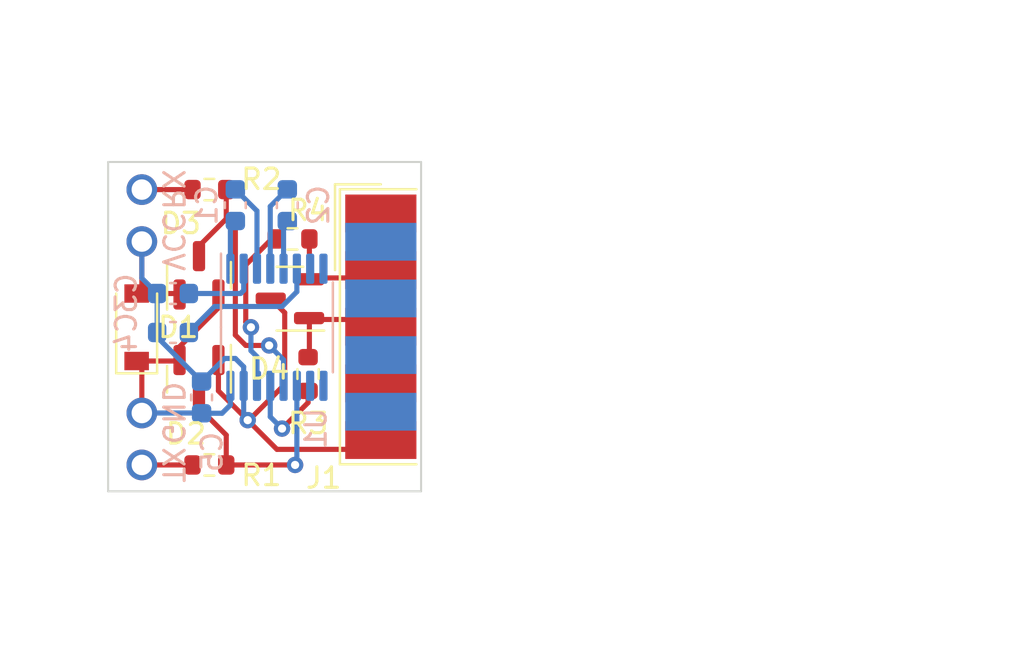
<source format=kicad_pcb>
(kicad_pcb (version 20241229) (generator "pcbnew") (generator_version "9.0")
  (title_block (title "RS232-TTL Converter") (date "2025-06-18") (rev "R0.0") (company "MSC") (comment 1 "Designed by C.P"))
  (layers (0 "F.Cu" signal) (2 "B.Cu" signal) (13 "F.Paste" user) (15 "B.Paste" user) (5 "F.SilkS" user "F.Silkscreen") (7 "B.SilkS" user "B.Silkscreen") (1 "F.Mask" user) (3 "B.Mask" user) (25 "Edge.Cuts" user))
  (net 0 "")
  (net 1 "Net-(C1-Pad1)")
  (net 2 "Net-(C1-Pad2)")
  (net 3 "Net-(C2-Pad1)")
  (net 4 "Net-(C2-Pad2)")
  (net 5 "Net-(C3-Pad1)")
  (net 6 "GND")
  (net 7 "Net-(C4-Pad1)")
  (net 8 "VCC")
  (net 9 "Device TX")
  (net 10 "Device RX")
  (net 11 "Net-(D4-Pad1)")
  (net 12 "Net-(D4-Pad2)")
  (net 19 "Host TX")
  (net 20 "Host RX")
  (net 25 "/TX")
  (net 26 "/RX")
  (footprint "Through_Hole_Pads:Through_Hole_Pad_1.5mm" (layer "F.Cu") (at 155.448 108.712)
    (property "Reference" "TX" (at 1.524 0 270) (layer "B.SilkS") (effects (justify mirror)))
    (property "Value" "MountingHole_Pad")
    (pad "1" thru_hole circle (at 0 0) (size 1.5 1.5) (drill 1) (layers "*.Cu" "*.Mask") (net 25 "/TX"))
  )
  (footprint "Resistor_SMD:R_0603_1608Metric" (layer "F.Cu") (at 158.75 95.25)
    (property "Reference" "R2" (at 2.54 -0.508 0) (layer "F.SilkS"))
    (property "Value" "330R")
    (fp_line (start -0.237258 -0.5225) (end 0.237258 -0.5225) (stroke (width 0.12)) (layer "F.SilkS"))
    (fp_line (start -0.237258 0.5225) (end 0.237258 0.5225) (stroke (width 0.12)) (layer "F.SilkS"))
    (pad "1" smd roundrect (at -0.825 0) (size 0.8 0.95) (layers "F.Cu" "F.Mask" "F.Paste") (net 26 "/RX"))
    (pad "2" smd roundrect (at 0.825 0) (size 0.8 0.95) (layers "F.Cu" "F.Mask" "F.Paste") (net 10 "Device RX"))
  )
  (footprint "Through_Hole_Pads:Through_Hole_Pad_1.5mm" (layer "F.Cu") (at 155.448 106.172)
    (property "Reference" "GND" (at 1.524 0 270) (layer "B.SilkS") (effects (justify mirror)))
    (property "Value" "MountingHole_Pad")
    (pad "1" thru_hole circle (at 0 0) (size 1.5 1.5) (drill 1) (layers "*.Cu" "*.Mask") (net 8 "VCC"))
  )
  (footprint "Package_TO_SOT_SMD:SOT-23" (layer "F.Cu") (at 158.242 99.441 90)
    (property "Reference" "D3" (at 2.54 -0.889 180) (layer "F.SilkS"))
    (property "Value" "BAT54S")
    (fp_line (start 0 -1.56) (end 0.65 -1.56) (stroke (width 0.12)) (layer "F.SilkS"))
    (fp_line (start 0 -1.56) (end -1.675 -1.56) (stroke (width 0.12)) (layer "F.SilkS"))
    (fp_line (start 0 1.56) (end 0.65 1.56) (stroke (width 0.12)) (layer "F.SilkS"))
    (fp_line (start 0 1.56) (end -0.65 1.56) (stroke (width 0.12)) (layer "F.SilkS"))
    (pad "1" smd roundrect (at -0.9375 -0.95 90) (size 1.475 0.6) (layers "F.Cu" "F.Mask" "F.Paste") (net 6 "GND"))
    (pad "2" smd roundrect (at -0.9375 0.95 90) (size 1.475 0.6) (layers "F.Cu" "F.Mask" "F.Paste") (net 8 "VCC"))
    (pad "3" smd roundrect (at 0.9375 0 90) (size 1.475 0.6) (layers "F.Cu" "F.Mask" "F.Paste") (net 10 "Device RX"))
  )
  (footprint "Diode_SMD:D_SOD-123" (layer "F.Cu") (at 155.194 101.981 90)
    (property "Reference" "D1" (at 0 2.032 0) (layer "F.SilkS"))
    (property "Value" "MBR0520")
    (fp_line (start -2.25 -1) (end 1.65 -1) (stroke (width 0.12)) (layer "F.SilkS"))
    (fp_line (start -2.25 -1) (end -2.25 1) (stroke (width 0.12)) (layer "F.SilkS"))
    (fp_line (start -2.25 1) (end 1.65 1) (stroke (width 0.12)) (layer "F.SilkS"))
    (pad "1" smd rect (at -1.65 0 90) (size 0.9 1.2) (layers "F.Cu" "F.Mask" "F.Paste") (net 8 "VCC"))
    (pad "2" smd rect (at 1.65 0 90) (size 0.9 1.2) (layers "F.Cu" "F.Mask" "F.Paste") (net 6 "GND"))
  )
  (footprint "Connector_Dsub:DSUB-9_Female_EdgeMount_P2.77mm" (layer "F.Cu") (at 167.132 101.9556 90)
    (property "Reference" "J1" (at -7.3914 -2.794 180) (layer "F.SilkS"))
    (property "Value" "DB9_Female")
    (fp_line (start 6.963333 -2.24) (end 2.77 -2.24) (stroke (width 0.12)) (layer "F.SilkS"))
    (fp_line (start 6.723333 -2) (end -6.723333 -2) (stroke (width 0.12)) (layer "F.SilkS"))
    (fp_line (start -6.723333 -2) (end -6.723333 1.74) (stroke (width 0.12)) (layer "F.SilkS"))
    (fp_line (start 6.963333 0) (end 6.963333 -2.24) (stroke (width 0.12)) (layer "F.SilkS"))
    (fp_line (start 6.723333 1.74) (end 6.723333 -2) (stroke (width 0.12)) (layer "F.SilkS"))
    (pad "1" smd rect (at 5.54 0 90) (size 1.846667 3.48) (layers "F.Cu" "F.Mask" "F.Paste"))
    (pad "2" smd rect (at 2.77 0 90) (size 1.846667 3.48) (layers "F.Cu" "F.Mask" "F.Paste") (net 12 "Net-(D4-Pad2)"))
    (pad "3" smd rect (at 0 0 90) (size 1.846667 3.48) (layers "F.Cu" "F.Mask" "F.Paste") (net 11 "Net-(D4-Pad1)"))
    (pad "4" smd rect (at -2.77 0 90) (size 1.846667 3.48) (layers "F.Cu" "F.Mask" "F.Paste"))
    (pad "5" smd rect (at -5.54 0 90) (size 1.846667 3.48) (layers "F.Cu" "F.Mask" "F.Paste") (net 6 "GND"))
    (pad "6" smd rect (at 4.155 0 90) (size 1.846667 3.48) (layers "B.Cu" "B.Mask" "B.Paste"))
    (pad "7" smd rect (at 1.385 0 90) (size 1.846667 3.48) (layers "B.Cu" "B.Mask" "B.Paste"))
    (pad "8" smd rect (at -1.385 0 90) (size 1.846667 3.48) (layers "B.Cu" "B.Mask" "B.Paste"))
    (pad "9" smd rect (at -4.155 0 90) (size 1.846667 3.48) (layers "B.Cu" "B.Mask" "B.Paste"))
  )
  (footprint "Resistor_SMD:R_0603_1608Metric" (layer "F.Cu") (at 158.75 108.712)
    (property "Reference" "R1" (at 2.54 0.508 0) (layer "F.SilkS"))
    (property "Value" "330R")
    (fp_line (start -0.237258 -0.5225) (end 0.237258 -0.5225) (stroke (width 0.12)) (layer "F.SilkS"))
    (fp_line (start -0.237258 0.5225) (end 0.237258 0.5225) (stroke (width 0.12)) (layer "F.SilkS"))
    (pad "1" smd roundrect (at -0.825 0) (size 0.8 0.95) (layers "F.Cu" "F.Mask" "F.Paste") (net 25 "/TX"))
    (pad "2" smd roundrect (at 0.825 0) (size 0.8 0.95) (layers "F.Cu" "F.Mask" "F.Paste") (net 9 "Device TX"))
  )
  (footprint "Resistor_SMD:R_0603_1608Metric" (layer "F.Cu") (at 162.814 97.663)
    (property "Reference" "R4" (at 0.762 -1.397 0) (layer "F.SilkS"))
    (property "Value" "330R")
    (fp_line (start -0.237258 -0.5225) (end 0.237258 -0.5225) (stroke (width 0.12)) (layer "F.SilkS"))
    (fp_line (start -0.237258 0.5225) (end 0.237258 0.5225) (stroke (width 0.12)) (layer "F.SilkS"))
    (pad "1" smd roundrect (at -0.825 0) (size 0.8 0.95) (layers "F.Cu" "F.Mask" "F.Paste") (net 20 "Host RX"))
    (pad "2" smd roundrect (at 0.825 0) (size 0.8 0.95) (layers "F.Cu" "F.Mask" "F.Paste") (net 12 "Net-(D4-Pad2)"))
  )
  (footprint "Through_Hole_Pads:Through_Hole_Pad_1.5mm" (layer "F.Cu") (at 155.448 95.25)
    (property "Reference" "RX" (at 1.524 0 270) (layer "B.SilkS") (effects (justify mirror)))
    (property "Value" "MountingHole_Pad")
    (pad "1" thru_hole circle (at 0 0) (size 1.5 1.5) (drill 1) (layers "*.Cu" "*.Mask") (net 26 "/RX"))
  )
  (footprint "Resistor_SMD:R_0603_1608Metric" (layer "F.Cu") (at 163.576 104.267 90)
    (property "Reference" "R3" (at -2.413 0 180) (layer "F.SilkS"))
    (property "Value" "330R")
    (fp_line (start -0.237258 -0.5225) (end 0.237258 -0.5225) (stroke (width 0.12)) (layer "F.SilkS"))
    (fp_line (start -0.237258 0.5225) (end 0.237258 0.5225) (stroke (width 0.12)) (layer "F.SilkS"))
    (pad "1" smd roundrect (at -0.825 0 90) (size 0.8 0.95) (layers "F.Cu" "F.Mask" "F.Paste") (net 19 "Host TX"))
    (pad "2" smd roundrect (at 0.825 0 90) (size 0.8 0.95) (layers "F.Cu" "F.Mask" "F.Paste") (net 11 "Net-(D4-Pad1)"))
  )
  (footprint "Package_TO_SOT_SMD:SOT-23" (layer "F.Cu") (at 162.687 100.584 180)
    (property "Reference" "D4" (at 1.016 -3.429 180) (layer "F.SilkS"))
    (property "Value" "SM712_SOT23")
    (fp_line (start 0 1.56) (end 0.65 1.56) (stroke (width 0.12)) (layer "F.SilkS"))
    (fp_line (start 0 1.56) (end -0.65 1.56) (stroke (width 0.12)) (layer "F.SilkS"))
    (fp_line (start 0 -1.56) (end 0.65 -1.56) (stroke (width 0.12)) (layer "F.SilkS"))
    (fp_line (start 0 -1.56) (end -1.675 -1.56) (stroke (width 0.12)) (layer "F.SilkS"))
    (pad "1" smd roundrect (at -0.9375 -0.95 180) (size 1.475 0.6) (layers "F.Cu" "F.Mask" "F.Paste") (net 11 "Net-(D4-Pad1)"))
    (pad "2" smd roundrect (at -0.9375 0.95 180) (size 1.475 0.6) (layers "F.Cu" "F.Mask" "F.Paste") (net 12 "Net-(D4-Pad2)"))
    (pad "3" smd roundrect (at 0.9375 0 180) (size 1.475 0.6) (layers "F.Cu" "F.Mask" "F.Paste") (net 6 "GND"))
  )
  (footprint "Through_Hole_Pads:Through_Hole_Pad_1.5mm" (layer "F.Cu") (at 155.448 97.79 180)
    (property "Reference" "VCC" (at -1.524 0 270) (layer "B.SilkS") (effects (justify mirror)))
    (property "Value" "MountingHole_Pad")
    (pad "1" thru_hole circle (at 0 0 180) (size 1.5 1.5) (drill 1) (layers "*.Cu" "*.Mask") (net 6 "GND"))
  )
  (footprint "Package_TO_SOT_SMD:SOT-23" (layer "F.Cu") (at 158.242 104.521 -90)
    (property "Reference" "D2" (at 2.667 0.635 0) (layer "F.SilkS"))
    (property "Value" "BAT54S")
    (fp_line (start 0 1.56) (end -0.65 1.56) (stroke (width 0.12)) (layer "F.SilkS"))
    (fp_line (start 0 1.56) (end 0.65 1.56) (stroke (width 0.12)) (layer "F.SilkS"))
    (fp_line (start 0 -1.56) (end -1.675 -1.56) (stroke (width 0.12)) (layer "F.SilkS"))
    (fp_line (start 0 -1.56) (end 0.65 -1.56) (stroke (width 0.12)) (layer "F.SilkS"))
    (pad "1" smd roundrect (at -0.9375 -0.95 270) (size 1.475 0.6) (layers "F.Cu" "F.Mask" "F.Paste") (net 6 "GND"))
    (pad "2" smd roundrect (at -0.9375 0.95 270) (size 1.475 0.6) (layers "F.Cu" "F.Mask" "F.Paste") (net 8 "VCC"))
    (pad "3" smd roundrect (at 0.9375 0 270) (size 1.475 0.6) (layers "F.Cu" "F.Mask" "F.Paste") (net 9 "Device TX"))
  )
  (footprint "Capacitor_SMD:C_0603_1608Metric" (layer "B.Cu") (at 158.369 105.41 -90)
    (property "Reference" "C5" (at 2.667 -0.508 270) (layer "B.SilkS") (effects (justify mirror)))
    (property "Value" "0.1uF")
    (fp_line (start -0.14058 0.51) (end 0.14058 0.51) (stroke (width 0.12)) (layer "B.SilkS"))
    (fp_line (start -0.14058 -0.51) (end 0.14058 -0.51) (stroke (width 0.12)) (layer "B.SilkS"))
    (pad "1" smd roundrect (at -0.775 0 270) (size 0.9 0.95) (layers "B.Cu" "B.Mask" "B.Paste") (net 6 "GND"))
    (pad "2" smd roundrect (at 0.775 0 270) (size 0.9 0.95) (layers "B.Cu" "B.Mask" "B.Paste") (net 8 "VCC"))
  )
  (footprint "Capacitor_SMD:C_0603_1608Metric" (layer "B.Cu") (at 162.56 96.012 -90)
    (property "Reference" "C2" (at 0 -1.524 270) (layer "B.SilkS") (effects (justify mirror)))
    (property "Value" "0.47uF")
    (fp_line (start -0.14058 0.51) (end 0.14058 0.51) (stroke (width 0.12)) (layer "B.SilkS"))
    (fp_line (start -0.14058 -0.51) (end 0.14058 -0.51) (stroke (width 0.12)) (layer "B.SilkS"))
    (pad "1" smd roundrect (at -0.775 0 270) (size 0.9 0.95) (layers "B.Cu" "B.Mask" "B.Paste") (net 3 "Net-(C2-Pad1)"))
    (pad "2" smd roundrect (at 0.775 0 270) (size 0.9 0.95) (layers "B.Cu" "B.Mask" "B.Paste") (net 4 "Net-(C2-Pad2)"))
  )
  (footprint "Capacitor_SMD:C_0603_1608Metric" (layer "B.Cu") (at 160.02 96.012 90)
    (property "Reference" "C1" (at 0 -1.397 270) (layer "B.SilkS") (effects (justify mirror)))
    (property "Value" "0.1uF")
    (fp_line (start -0.14058 -0.51) (end 0.14058 -0.51) (stroke (width 0.12)) (layer "B.SilkS"))
    (fp_line (start -0.14058 0.51) (end 0.14058 0.51) (stroke (width 0.12)) (layer "B.SilkS"))
    (pad "1" smd roundrect (at -0.775 0 90) (size 0.9 0.95) (layers "B.Cu" "B.Mask" "B.Paste") (net 1 "Net-(C1-Pad1)"))
    (pad "2" smd roundrect (at 0.775 0 90) (size 0.9 0.95) (layers "B.Cu" "B.Mask" "B.Paste") (net 2 "Net-(C1-Pad2)"))
  )
  (footprint "Capacitor_SMD:C_0603_1608Metric" (layer "B.Cu") (at 156.972 102.235 180)
    (property "Reference" "C4" (at 2.286 0 90) (layer "B.SilkS") (effects (justify mirror)))
    (property "Value" "0.47uF")
    (fp_line (start -0.14058 0.51) (end 0.14058 0.51) (stroke (width 0.12)) (layer "B.SilkS"))
    (fp_line (start -0.14058 -0.51) (end 0.14058 -0.51) (stroke (width 0.12)) (layer "B.SilkS"))
    (pad "1" smd roundrect (at -0.775 0 180) (size 0.9 0.95) (layers "B.Cu" "B.Mask" "B.Paste") (net 7 "Net-(C4-Pad1)"))
    (pad "2" smd roundrect (at 0.775 0 180) (size 0.9 0.95) (layers "B.Cu" "B.Mask" "B.Paste") (net 6 "GND"))
  )
  (footprint "Capacitor_SMD:C_0603_1608Metric" (layer "B.Cu") (at 156.972 100.33 180)
    (property "Reference" "C3" (at 2.286 0 90) (layer "B.SilkS") (effects (justify mirror)))
    (property "Value" "0.47uF")
    (fp_line (start -0.14058 0.51) (end 0.14058 0.51) (stroke (width 0.12)) (layer "B.SilkS"))
    (fp_line (start -0.14058 -0.51) (end 0.14058 -0.51) (stroke (width 0.12)) (layer "B.SilkS"))
    (pad "1" smd roundrect (at -0.775 0 180) (size 0.9 0.95) (layers "B.Cu" "B.Mask" "B.Paste") (net 5 "Net-(C3-Pad1)"))
    (pad "2" smd roundrect (at 0.775 0 180) (size 0.9 0.95) (layers "B.Cu" "B.Mask" "B.Paste") (net 6 "GND"))
  )
  (footprint "Package_SO:TSSOP-16_4.4x5mm_P0.65mm" (layer "B.Cu") (at 162.052 101.981 -90)
    (property "Reference" "U1" (at 4.953 -1.905 270) (layer "B.SilkS") (effects (justify mirror)))
    (property "Value" "MAX3232")
    (fp_line (start 0 2.735) (end -3.6 2.735) (stroke (width 0.12)) (layer "B.SilkS"))
    (fp_line (start 0 2.735) (end 2.2 2.735) (stroke (width 0.12)) (layer "B.SilkS"))
    (fp_line (start 0 -2.735) (end -2.2 -2.735) (stroke (width 0.12)) (layer "B.SilkS"))
    (fp_line (start 0 -2.735) (end 2.2 -2.735) (stroke (width 0.12)) (layer "B.SilkS"))
    (pad "1" smd roundrect (at -2.8625 2.275 270) (size 1.475 0.4) (layers "B.Cu" "B.Mask" "B.Paste") (net 1 "Net-(C1-Pad1)"))
    (pad "2" smd roundrect (at -2.8625 1.625 270) (size 1.475 0.4) (layers "B.Cu" "B.Mask" "B.Paste") (net 5 "Net-(C3-Pad1)"))
    (pad "3" smd roundrect (at -2.8625 0.975 270) (size 1.475 0.4) (layers "B.Cu" "B.Mask" "B.Paste") (net 2 "Net-(C1-Pad2)"))
    (pad "4" smd roundrect (at -2.8625 0.325 270) (size 1.475 0.4) (layers "B.Cu" "B.Mask" "B.Paste") (net 3 "Net-(C2-Pad1)"))
    (pad "5" smd roundrect (at -2.8625 -0.325 270) (size 1.475 0.4) (layers "B.Cu" "B.Mask" "B.Paste") (net 4 "Net-(C2-Pad2)"))
    (pad "6" smd roundrect (at -2.8625 -0.975 270) (size 1.475 0.4) (layers "B.Cu" "B.Mask" "B.Paste") (net 7 "Net-(C4-Pad1)"))
    (pad "7" smd roundrect (at -2.8625 -1.625 270) (size 1.475 0.4) (layers "B.Cu" "B.Mask" "B.Paste"))
    (pad "8" smd roundrect (at -2.8625 -2.275 270) (size 1.475 0.4) (layers "B.Cu" "B.Mask" "B.Paste"))
    (pad "9" smd roundrect (at 2.8625 -2.275 270) (size 1.475 0.4) (layers "B.Cu" "B.Mask" "B.Paste"))
    (pad "10" smd roundrect (at 2.8625 -1.625 270) (size 1.475 0.4) (layers "B.Cu" "B.Mask" "B.Paste"))
    (pad "11" smd roundrect (at 2.8625 -0.975 270) (size 1.475 0.4) (layers "B.Cu" "B.Mask" "B.Paste") (net 9 "Device TX"))
    (pad "12" smd roundrect (at 2.8625 -0.325 270) (size 1.475 0.4) (layers "B.Cu" "B.Mask" "B.Paste") (net 10 "Device RX"))
    (pad "13" smd roundrect (at 2.8625 0.325 270) (size 1.475 0.4) (layers "B.Cu" "B.Mask" "B.Paste") (net 19 "Host TX"))
    (pad "14" smd roundrect (at 2.8625 0.975 270) (size 1.475 0.4) (layers "B.Cu" "B.Mask" "B.Paste") (net 20 "Host RX"))
    (pad "15" smd roundrect (at 2.8625 1.625 270) (size 1.475 0.4) (layers "B.Cu" "B.Mask" "B.Paste") (net 6 "GND"))
    (pad "16" smd roundrect (at 2.8625 2.275 270) (size 1.475 0.4) (layers "B.Cu" "B.Mask" "B.Paste") (net 8 "VCC"))
  )
  (gr_line (start 169.1 110) (end 153.8 110) (stroke (width 0.1)) (layer "Edge.Cuts"))
  (gr_line (start 153.8 93.9) (end 169.1 93.9) (stroke (width 0.1)) (layer "Edge.Cuts"))
  (gr_line (start 169.1 93.9) (end 169.1 110) (stroke (width 0.1)) (layer "Edge.Cuts"))
  (gr_line (start 153.8 110) (end 153.8 93.9) (stroke (width 0.1)) (layer "Edge.Cuts"))
  (segment (start 159.777 99.1185) (end 159.777 97.03) (width 0.25) (layer "B.Cu") (net 1))
  (segment (start 159.777 97.03) (end 160.02 96.787) (width 0.25) (layer "B.Cu") (net 1))
  (segment (start 161.077 96.294) (end 160.02 95.237) (width 0.25) (layer "B.Cu") (net 2))
  (segment (start 161.077 99.1185) (end 161.077 96.294) (width 0.25) (layer "B.Cu") (net 2))
  (segment (start 161.727 96.07) (end 162.56 95.237) (width 0.25) (layer "B.Cu") (net 3))
  (segment (start 161.727 99.1185) (end 161.727 96.07) (width 0.25) (layer "B.Cu") (net 3))
  (segment (start 162.377 99.1185) (end 162.377 96.97) (width 0.25) (layer "B.Cu") (net 4))
  (segment (start 162.377 96.97) (end 162.56 96.787) (width 0.25) (layer "B.Cu") (net 4))
  (segment (start 160.427 99.1185) (end 160.427 100.177) (width 0.25) (layer "B.Cu") (net 5))
  (segment (start 160.427 100.177) (end 160.274 100.33) (width 0.25) (layer "B.Cu") (net 5))
  (segment (start 160.274 100.33) (end 157.747 100.33) (width 0.25) (layer "B.Cu") (net 5))
  (segment (start 162.433 101.2675) (end 162.433 104.775) (width 0.25) (layer "F.Cu") (net 6))
  (segment (start 155.448 100.331) (end 157.2445 100.331) (width 0.25) (layer "F.Cu") (net 6))
  (segment (start 155.448 97.79) (end 155.448 100.331) (width 0.25) (layer "F.Cu") (net 6))
  (segment (start 166.6776 107.95) (end 162.052 107.95) (width 0.25) (layer "F.Cu") (net 6))
  (segment (start 167.132 107.4956) (end 166.6776 107.95) (width 0.25) (layer "F.Cu") (net 6))
  (segment (start 159.192 105.09) (end 160.62325 106.52125) (width 0.25) (layer "F.Cu") (net 6))
  (segment (start 157.2445 100.331) (end 157.292 100.3785) (width 0.25) (layer "F.Cu") (net 6))
  (segment (start 162.433 104.775) (end 160.68675 106.52125) (width 0.25) (layer "F.Cu") (net 6))
  (segment (start 160.68675 106.52125) (end 160.62325 106.52125) (width 0.25) (layer "F.Cu") (net 6))
  (segment (start 159.192 103.5835) (end 159.192 105.09) (width 0.25) (layer "F.Cu") (net 6))
  (segment (start 161.7495 100.584) (end 162.433 101.2675) (width 0.25) (layer "F.Cu") (net 6))
  (segment (start 162.052 107.95) (end 160.62325 106.52125) (width 0.25) (layer "F.Cu") (net 6))
  (via (at 160.62325 106.52125) (size 0.8) (drill 0.4) (layers "F.Cu" "B.Cu") (net 6))
  (segment (start 156.197 102.463) (end 158.369 104.635) (width 0.25) (layer "B.Cu") (net 6))
  (segment (start 156.197 100.33) (end 156.197 102.235) (width 0.25) (layer "B.Cu") (net 6))
  (segment (start 159.499 103.505) (end 158.369 104.635) (width 0.25) (layer "B.Cu") (net 6))
  (segment (start 155.448 99.581) (end 156.197 100.33) (width 0.25) (layer "B.Cu") (net 6))
  (segment (start 160.427 104.8435) (end 160.427 103.912) (width 0.25) (layer "B.Cu") (net 6))
  (segment (start 160.02 103.505) (end 159.499 103.505) (width 0.25) (layer "B.Cu") (net 6))
  (segment (start 160.427 104.8435) (end 160.427 106.325) (width 0.25) (layer "B.Cu") (net 6))
  (segment (start 156.197 102.235) (end 156.197 102.463) (width 0.25) (layer "B.Cu") (net 6))
  (segment (start 160.427 103.912) (end 160.02 103.505) (width 0.25) (layer "B.Cu") (net 6))
  (segment (start 160.427 106.325) (end 160.62325 106.52125) (width 0.25) (layer "B.Cu") (net 6))
  (segment (start 155.448 97.79) (end 155.448 99.581) (width 0.25) (layer "B.Cu") (net 6))
  (segment (start 162.306 100.965) (end 159.004 100.965) (width 0.25) (layer "B.Cu") (net 7))
  (segment (start 159.004 100.965) (end 157.747 102.222) (width 0.25) (layer "B.Cu") (net 7))
  (segment (start 163.027 99.1185) (end 163.027 100.244) (width 0.25) (layer "B.Cu") (net 7))
  (segment (start 157.747 102.222) (end 157.747 102.235) (width 0.25) (layer "B.Cu") (net 7))
  (segment (start 163.027 100.244) (end 162.306 100.965) (width 0.25) (layer "B.Cu") (net 7))
  (segment (start 159.192 101.031) (end 157.292 102.931) (width 0.25) (layer "F.Cu") (net 8))
  (segment (start 155.448 103.631) (end 157.2445 103.631) (width 0.25) (layer "F.Cu") (net 8))
  (segment (start 157.2445 103.631) (end 157.292 103.5835) (width 0.25) (layer "F.Cu") (net 8))
  (segment (start 155.448 103.631) (end 155.448 106.172) (width 0.25) (layer "F.Cu") (net 8))
  (segment (start 157.292 102.931) (end 157.292 103.5835) (width 0.25) (layer "F.Cu") (net 8))
  (segment (start 159.192 100.3785) (end 159.192 101.031) (width 0.25) (layer "F.Cu") (net 8))
  (segment (start 158.356 106.172) (end 155.448 106.172) (width 0.25) (layer "B.Cu") (net 8))
  (segment (start 159.777 105.78) (end 159.372 106.185) (width 0.25) (layer "B.Cu") (net 8))
  (segment (start 159.372 106.185) (end 158.369 106.185) (width 0.25) (layer "B.Cu") (net 8))
  (segment (start 159.777 104.8435) (end 159.777 105.78) (width 0.25) (layer "B.Cu") (net 8))
  (segment (start 158.369 106.185) (end 158.356 106.172) (width 0.25) (layer "B.Cu") (net 8))
  (segment (start 159.575 108.712) (end 162.941 108.712) (width 0.25) (layer "F.Cu") (net 9))
  (segment (start 158.242 105.918) (end 158.242 105.4585) (width 0.25) (layer "F.Cu") (net 9))
  (segment (start 159.575 107.251) (end 158.242 105.918) (width 0.25) (layer "F.Cu") (net 9))
  (segment (start 159.575 108.712) (end 159.575 107.251) (width 0.25) (layer "F.Cu") (net 9))
  (via (at 162.941 108.712) (size 0.8) (drill 0.4) (layers "F.Cu" "B.Cu") (net 9))
  (segment (start 162.941 108.712) (end 163.027 108.626) (width 0.25) (layer "B.Cu") (net 9))
  (segment (start 163.027 108.626) (end 163.027 104.8435) (width 0.25) (layer "B.Cu") (net 9))
  (segment (start 158.242 98.012) (end 159.575 96.679) (width 0.25) (layer "F.Cu") (net 10))
  (segment (start 159.575 96.679) (end 159.575 95.25) (width 0.25) (layer "F.Cu") (net 10))
  (segment (start 160.02 97.124) (end 159.575 96.679) (width 0.25) (layer "F.Cu") (net 10))
  (segment (start 158.242 98.5035) (end 158.242 98.012) (width 0.25) (layer "F.Cu") (net 10))
  (segment (start 160.528 102.87) (end 160.02 102.362) (width 0.25) (layer "F.Cu") (net 10))
  (segment (start 161.671 102.87) (end 160.528 102.87) (width 0.25) (layer "F.Cu") (net 10))
  (segment (start 160.02 102.362) (end 160.02 97.124) (width 0.25) (layer "F.Cu") (net 10))
  (via (at 161.671 102.87) (size 0.8) (drill 0.4) (layers "F.Cu" "B.Cu") (net 10))
  (segment (start 162.377 103.576) (end 162.377 104.8435) (width 0.25) (layer "B.Cu") (net 10))
  (segment (start 161.671 102.87) (end 162.377 103.576) (width 0.25) (layer "B.Cu") (net 10))
  (segment (start 163.639 101.5485) (end 163.6245 101.534) (width 0.25) (layer "F.Cu") (net 11))
  (segment (start 163.6905 101.6) (end 166.7764 101.6) (width 0.25) (layer "F.Cu") (net 11))
  (segment (start 163.6245 101.534) (end 163.6905 101.6) (width 0.25) (layer "F.Cu") (net 11))
  (segment (start 166.7764 101.6) (end 167.132 101.9556) (width 0.25) (layer "F.Cu") (net 11))
  (segment (start 163.639 103.378) (end 163.639 101.5485) (width 0.25) (layer "F.Cu") (net 11))
  (segment (start 163.639 97.663) (end 163.639 99.6195) (width 0.25) (layer "F.Cu") (net 12))
  (segment (start 163.6905 99.568) (end 166.7496 99.568) (width 0.25) (layer "F.Cu") (net 12))
  (segment (start 166.7496 99.568) (end 167.132 99.1856) (width 0.25) (layer "F.Cu") (net 12))
  (segment (start 163.639 99.6195) (end 163.6245 99.634) (width 0.25) (layer "F.Cu") (net 12))
  (segment (start 163.6245 99.634) (end 163.6905 99.568) (width 0.25) (layer "F.Cu") (net 12))
  (segment (start 163.576 105.092) (end 163.576 105.664) (width 0.25) (layer "F.Cu") (net 19))
  (segment (start 162.306 106.934) (end 162.3025 106.934) (width 0.25) (layer "F.Cu") (net 19))
  (segment (start 163.576 105.664) (end 162.306 106.934) (width 0.25) (layer "F.Cu") (net 19))
  (via (at 162.3025 106.934) (size 0.8) (drill 0.4) (layers "F.Cu" "B.Cu") (net 19))
  (segment (start 162.3025 106.934) (end 161.727 106.3585) (width 0.25) (layer "B.Cu") (net 19))
  (segment (start 161.727 106.3585) (end 161.727 104.8435) (width 0.25) (layer "B.Cu") (net 19))
  (segment (start 161.989 97.663) (end 161.798 97.663) (width 0.25) (layer "F.Cu") (net 20))
  (segment (start 160.528 98.933) (end 160.528 101.727) (width 0.25) (layer "F.Cu") (net 20))
  (segment (start 160.528 101.727) (end 160.782 101.981) (width 0.25) (layer "F.Cu") (net 20))
  (segment (start 161.798 97.663) (end 160.528 98.933) (width 0.25) (layer "F.Cu") (net 20))
  (via (at 160.782 101.981) (size 0.8) (drill 0.4) (layers "F.Cu" "B.Cu") (net 20))
  (segment (start 160.782 101.981) (end 160.782 103.124) (width 0.25) (layer "B.Cu") (net 20))
  (segment (start 161.077 103.419) (end 161.077 104.8435) (width 0.25) (layer "B.Cu") (net 20))
  (segment (start 160.782 103.124) (end 161.077 103.419) (width 0.25) (layer "B.Cu") (net 20))
  (segment (start 155.448 108.712) (end 157.925 108.712) (width 0.25) (layer "F.Cu") (net 25))
  (segment (start 155.448 95.25) (end 157.925 95.25) (width 0.25) (layer "F.Cu") (net 26))
)
</source>
